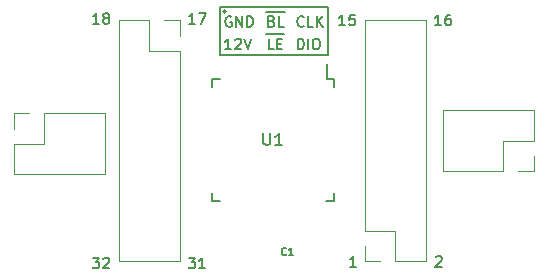
<source format=gbr>
G04 #@! TF.GenerationSoftware,KiCad,Pcbnew,(5.0.1-3-g963ef8bb5)*
G04 #@! TF.CreationDate,2019-05-10T17:58:09-07:00*
G04 #@! TF.ProjectId,NixieDriver,4E697869654472697665722E6B696361,rev?*
G04 #@! TF.SameCoordinates,Original*
G04 #@! TF.FileFunction,Legend,Top*
G04 #@! TF.FilePolarity,Positive*
%FSLAX46Y46*%
G04 Gerber Fmt 4.6, Leading zero omitted, Abs format (unit mm)*
G04 Created by KiCad (PCBNEW (5.0.1-3-g963ef8bb5)) date Friday, May 10, 2019 at 05:58:09 PM*
%MOMM*%
%LPD*%
G01*
G04 APERTURE LIST*
%ADD10C,0.200000*%
%ADD11C,0.177800*%
%ADD12C,0.150000*%
%ADD13C,0.120000*%
%ADD14C,0.127000*%
G04 APERTURE END LIST*
D10*
X129159000Y-82677000D02*
X129159000Y-86741000D01*
X120015000Y-86741000D02*
X120015000Y-82677000D01*
X120523000Y-83058000D02*
G75*
G03X120523000Y-83058000I-127000J0D01*
G01*
X129159000Y-82677000D02*
X120015000Y-82677000D01*
X120015000Y-86741000D02*
X129159000Y-86741000D01*
D11*
X126597833Y-86254166D02*
X126597833Y-85365166D01*
X126809500Y-85365166D01*
X126936500Y-85407500D01*
X127021166Y-85492166D01*
X127063500Y-85576833D01*
X127105833Y-85746166D01*
X127105833Y-85873166D01*
X127063500Y-86042500D01*
X127021166Y-86127166D01*
X126936500Y-86211833D01*
X126809500Y-86254166D01*
X126597833Y-86254166D01*
X127486833Y-86254166D02*
X127486833Y-85365166D01*
X128079500Y-85365166D02*
X128248833Y-85365166D01*
X128333500Y-85407500D01*
X128418166Y-85492166D01*
X128460500Y-85661500D01*
X128460500Y-85957833D01*
X128418166Y-86127166D01*
X128333500Y-86211833D01*
X128248833Y-86254166D01*
X128079500Y-86254166D01*
X127994833Y-86211833D01*
X127910166Y-86127166D01*
X127867833Y-85957833D01*
X127867833Y-85661500D01*
X127910166Y-85492166D01*
X127994833Y-85407500D01*
X128079500Y-85365166D01*
X123952000Y-84980780D02*
X124671666Y-84980780D01*
X124587000Y-86254166D02*
X124163666Y-86254166D01*
X124163666Y-85365166D01*
X124671666Y-84980780D02*
X125476000Y-84980780D01*
X124883333Y-85788500D02*
X125179666Y-85788500D01*
X125306666Y-86254166D02*
X124883333Y-86254166D01*
X124883333Y-85365166D01*
X125306666Y-85365166D01*
X120988666Y-86254166D02*
X120480666Y-86254166D01*
X120734666Y-86254166D02*
X120734666Y-85365166D01*
X120650000Y-85492166D01*
X120565333Y-85576833D01*
X120480666Y-85619166D01*
X121327333Y-85449833D02*
X121369666Y-85407500D01*
X121454333Y-85365166D01*
X121666000Y-85365166D01*
X121750666Y-85407500D01*
X121793000Y-85449833D01*
X121835333Y-85534500D01*
X121835333Y-85619166D01*
X121793000Y-85746166D01*
X121285000Y-86254166D01*
X121835333Y-86254166D01*
X122089333Y-85365166D02*
X122385666Y-86254166D01*
X122682000Y-85365166D01*
X127105833Y-84264500D02*
X127063500Y-84306833D01*
X126936500Y-84349166D01*
X126851833Y-84349166D01*
X126724833Y-84306833D01*
X126640166Y-84222166D01*
X126597833Y-84137500D01*
X126555500Y-83968166D01*
X126555500Y-83841166D01*
X126597833Y-83671833D01*
X126640166Y-83587166D01*
X126724833Y-83502500D01*
X126851833Y-83460166D01*
X126936500Y-83460166D01*
X127063500Y-83502500D01*
X127105833Y-83544833D01*
X127910166Y-84349166D02*
X127486833Y-84349166D01*
X127486833Y-83460166D01*
X128206500Y-84349166D02*
X128206500Y-83460166D01*
X128714500Y-84349166D02*
X128333500Y-83841166D01*
X128714500Y-83460166D02*
X128206500Y-83968166D01*
X123909666Y-83075780D02*
X124798666Y-83075780D01*
X124417666Y-83883500D02*
X124544666Y-83925833D01*
X124587000Y-83968166D01*
X124629333Y-84052833D01*
X124629333Y-84179833D01*
X124587000Y-84264500D01*
X124544666Y-84306833D01*
X124460000Y-84349166D01*
X124121333Y-84349166D01*
X124121333Y-83460166D01*
X124417666Y-83460166D01*
X124502333Y-83502500D01*
X124544666Y-83544833D01*
X124587000Y-83629500D01*
X124587000Y-83714166D01*
X124544666Y-83798833D01*
X124502333Y-83841166D01*
X124417666Y-83883500D01*
X124121333Y-83883500D01*
X124798666Y-83075780D02*
X125518333Y-83075780D01*
X125433666Y-84349166D02*
X125010333Y-84349166D01*
X125010333Y-83460166D01*
X120988666Y-83502500D02*
X120904000Y-83460166D01*
X120777000Y-83460166D01*
X120650000Y-83502500D01*
X120565333Y-83587166D01*
X120523000Y-83671833D01*
X120480666Y-83841166D01*
X120480666Y-83968166D01*
X120523000Y-84137500D01*
X120565333Y-84222166D01*
X120650000Y-84306833D01*
X120777000Y-84349166D01*
X120861666Y-84349166D01*
X120988666Y-84306833D01*
X121031000Y-84264500D01*
X121031000Y-83968166D01*
X120861666Y-83968166D01*
X121412000Y-84349166D02*
X121412000Y-83460166D01*
X121920000Y-84349166D01*
X121920000Y-83460166D01*
X122343333Y-84349166D02*
X122343333Y-83460166D01*
X122555000Y-83460166D01*
X122682000Y-83502500D01*
X122766666Y-83587166D01*
X122809000Y-83671833D01*
X122851333Y-83841166D01*
X122851333Y-83968166D01*
X122809000Y-84137500D01*
X122766666Y-84222166D01*
X122682000Y-84306833D01*
X122555000Y-84349166D01*
X122343333Y-84349166D01*
X117940666Y-84095166D02*
X117432666Y-84095166D01*
X117686666Y-84095166D02*
X117686666Y-83206166D01*
X117602000Y-83333166D01*
X117517333Y-83417833D01*
X117432666Y-83460166D01*
X118237000Y-83206166D02*
X118829666Y-83206166D01*
X118448666Y-84095166D01*
X109262333Y-103907166D02*
X109812666Y-103907166D01*
X109516333Y-104245833D01*
X109643333Y-104245833D01*
X109728000Y-104288166D01*
X109770333Y-104330500D01*
X109812666Y-104415166D01*
X109812666Y-104626833D01*
X109770333Y-104711500D01*
X109728000Y-104753833D01*
X109643333Y-104796166D01*
X109389333Y-104796166D01*
X109304666Y-104753833D01*
X109262333Y-104711500D01*
X110151333Y-103991833D02*
X110193666Y-103949500D01*
X110278333Y-103907166D01*
X110490000Y-103907166D01*
X110574666Y-103949500D01*
X110617000Y-103991833D01*
X110659333Y-104076500D01*
X110659333Y-104161166D01*
X110617000Y-104288166D01*
X110109000Y-104796166D01*
X110659333Y-104796166D01*
X109812666Y-84095166D02*
X109304666Y-84095166D01*
X109558666Y-84095166D02*
X109558666Y-83206166D01*
X109474000Y-83333166D01*
X109389333Y-83417833D01*
X109304666Y-83460166D01*
X110320666Y-83587166D02*
X110236000Y-83544833D01*
X110193666Y-83502500D01*
X110151333Y-83417833D01*
X110151333Y-83375500D01*
X110193666Y-83290833D01*
X110236000Y-83248500D01*
X110320666Y-83206166D01*
X110490000Y-83206166D01*
X110574666Y-83248500D01*
X110617000Y-83290833D01*
X110659333Y-83375500D01*
X110659333Y-83417833D01*
X110617000Y-83502500D01*
X110574666Y-83544833D01*
X110490000Y-83587166D01*
X110320666Y-83587166D01*
X110236000Y-83629500D01*
X110193666Y-83671833D01*
X110151333Y-83756500D01*
X110151333Y-83925833D01*
X110193666Y-84010500D01*
X110236000Y-84052833D01*
X110320666Y-84095166D01*
X110490000Y-84095166D01*
X110574666Y-84052833D01*
X110617000Y-84010500D01*
X110659333Y-83925833D01*
X110659333Y-83756500D01*
X110617000Y-83671833D01*
X110574666Y-83629500D01*
X110490000Y-83587166D01*
X117390333Y-103907166D02*
X117940666Y-103907166D01*
X117644333Y-104245833D01*
X117771333Y-104245833D01*
X117856000Y-104288166D01*
X117898333Y-104330500D01*
X117940666Y-104415166D01*
X117940666Y-104626833D01*
X117898333Y-104711500D01*
X117856000Y-104753833D01*
X117771333Y-104796166D01*
X117517333Y-104796166D01*
X117432666Y-104753833D01*
X117390333Y-104711500D01*
X118787333Y-104796166D02*
X118279333Y-104796166D01*
X118533333Y-104796166D02*
X118533333Y-103907166D01*
X118448666Y-104034166D01*
X118364000Y-104118833D01*
X118279333Y-104161166D01*
X138303000Y-103864833D02*
X138345333Y-103822500D01*
X138430000Y-103780166D01*
X138641666Y-103780166D01*
X138726333Y-103822500D01*
X138768666Y-103864833D01*
X138811000Y-103949500D01*
X138811000Y-104034166D01*
X138768666Y-104161166D01*
X138260666Y-104669166D01*
X138811000Y-104669166D01*
X131572000Y-104669166D02*
X131064000Y-104669166D01*
X131318000Y-104669166D02*
X131318000Y-103780166D01*
X131233333Y-103907166D01*
X131148666Y-103991833D01*
X131064000Y-104034166D01*
X138768666Y-84222166D02*
X138260666Y-84222166D01*
X138514666Y-84222166D02*
X138514666Y-83333166D01*
X138430000Y-83460166D01*
X138345333Y-83544833D01*
X138260666Y-83587166D01*
X139530666Y-83333166D02*
X139361333Y-83333166D01*
X139276666Y-83375500D01*
X139234333Y-83417833D01*
X139149666Y-83544833D01*
X139107333Y-83714166D01*
X139107333Y-84052833D01*
X139149666Y-84137500D01*
X139192000Y-84179833D01*
X139276666Y-84222166D01*
X139446000Y-84222166D01*
X139530666Y-84179833D01*
X139573000Y-84137500D01*
X139615333Y-84052833D01*
X139615333Y-83841166D01*
X139573000Y-83756500D01*
X139530666Y-83714166D01*
X139446000Y-83671833D01*
X139276666Y-83671833D01*
X139192000Y-83714166D01*
X139149666Y-83756500D01*
X139107333Y-83841166D01*
X130640666Y-84222166D02*
X130132666Y-84222166D01*
X130386666Y-84222166D02*
X130386666Y-83333166D01*
X130302000Y-83460166D01*
X130217333Y-83544833D01*
X130132666Y-83587166D01*
X131445000Y-83333166D02*
X131021666Y-83333166D01*
X130979333Y-83756500D01*
X131021666Y-83714166D01*
X131106333Y-83671833D01*
X131318000Y-83671833D01*
X131402666Y-83714166D01*
X131445000Y-83756500D01*
X131487333Y-83841166D01*
X131487333Y-84052833D01*
X131445000Y-84137500D01*
X131402666Y-84179833D01*
X131318000Y-84222166D01*
X131106333Y-84222166D01*
X131021666Y-84179833D01*
X130979333Y-84137500D01*
D12*
G04 #@! TO.C,U1*
X129681000Y-88729000D02*
X129106000Y-88729000D01*
X129681000Y-99079000D02*
X129006000Y-99079000D01*
X119331000Y-99079000D02*
X120006000Y-99079000D01*
X119331000Y-88729000D02*
X120006000Y-88729000D01*
X129681000Y-88729000D02*
X129681000Y-89404000D01*
X119331000Y-88729000D02*
X119331000Y-89404000D01*
X119331000Y-99079000D02*
X119331000Y-98404000D01*
X129681000Y-99079000D02*
X129681000Y-98404000D01*
X129106000Y-88729000D02*
X129106000Y-87454000D01*
D13*
G04 #@! TO.C,J3*
X146618000Y-95250000D02*
X146618000Y-96580000D01*
X146618000Y-96580000D02*
X145288000Y-96580000D01*
X146618000Y-93980000D02*
X144018000Y-93980000D01*
X144018000Y-93980000D02*
X144018000Y-96580000D01*
X144018000Y-96580000D02*
X138878000Y-96580000D01*
X138878000Y-91380000D02*
X138878000Y-96580000D01*
X146618000Y-91380000D02*
X138878000Y-91380000D01*
X146618000Y-91380000D02*
X146618000Y-93980000D01*
G04 #@! TO.C,J2*
X102556000Y-96834000D02*
X102556000Y-94234000D01*
X102556000Y-96834000D02*
X110296000Y-96834000D01*
X110296000Y-96834000D02*
X110296000Y-91634000D01*
X105156000Y-91634000D02*
X110296000Y-91634000D01*
X105156000Y-94234000D02*
X105156000Y-91634000D01*
X102556000Y-94234000D02*
X105156000Y-94234000D01*
X102556000Y-91634000D02*
X103886000Y-91634000D01*
X102556000Y-92964000D02*
X102556000Y-91634000D01*
G04 #@! TO.C,J4*
X137474000Y-104200000D02*
X134874000Y-104200000D01*
X137474000Y-104200000D02*
X137474000Y-83760000D01*
X137474000Y-83760000D02*
X132274000Y-83760000D01*
X132274000Y-101600000D02*
X132274000Y-83760000D01*
X134874000Y-101600000D02*
X132274000Y-101600000D01*
X134874000Y-104200000D02*
X134874000Y-101600000D01*
X132274000Y-104200000D02*
X132274000Y-102870000D01*
X133604000Y-104200000D02*
X132274000Y-104200000D01*
G04 #@! TO.C,J1*
X111446000Y-83760000D02*
X114046000Y-83760000D01*
X111446000Y-83760000D02*
X111446000Y-104200000D01*
X111446000Y-104200000D02*
X116646000Y-104200000D01*
X116646000Y-86360000D02*
X116646000Y-104200000D01*
X114046000Y-86360000D02*
X116646000Y-86360000D01*
X114046000Y-83760000D02*
X114046000Y-86360000D01*
X116646000Y-83760000D02*
X116646000Y-85090000D01*
X115316000Y-83760000D02*
X116646000Y-83760000D01*
G04 #@! TO.C,C1*
D14*
X125628400Y-103595714D02*
X125599371Y-103624742D01*
X125512285Y-103653771D01*
X125454228Y-103653771D01*
X125367142Y-103624742D01*
X125309085Y-103566685D01*
X125280057Y-103508628D01*
X125251028Y-103392514D01*
X125251028Y-103305428D01*
X125280057Y-103189314D01*
X125309085Y-103131257D01*
X125367142Y-103073200D01*
X125454228Y-103044171D01*
X125512285Y-103044171D01*
X125599371Y-103073200D01*
X125628400Y-103102228D01*
X126208971Y-103653771D02*
X125860628Y-103653771D01*
X126034800Y-103653771D02*
X126034800Y-103044171D01*
X125976742Y-103131257D01*
X125918685Y-103189314D01*
X125860628Y-103218342D01*
G04 #@! TO.C,U1*
D12*
X123698095Y-93356380D02*
X123698095Y-94165904D01*
X123745714Y-94261142D01*
X123793333Y-94308761D01*
X123888571Y-94356380D01*
X124079047Y-94356380D01*
X124174285Y-94308761D01*
X124221904Y-94261142D01*
X124269523Y-94165904D01*
X124269523Y-93356380D01*
X125269523Y-94356380D02*
X124698095Y-94356380D01*
X124983809Y-94356380D02*
X124983809Y-93356380D01*
X124888571Y-93499238D01*
X124793333Y-93594476D01*
X124698095Y-93642095D01*
G04 #@! TD*
M02*

</source>
